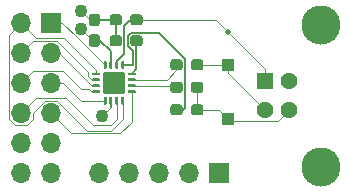
<source format=gbr>
G04 #@! TF.GenerationSoftware,KiCad,Pcbnew,5.1.6-c6e7f7d~86~ubuntu18.04.1*
G04 #@! TF.CreationDate,2021-05-10T21:05:39-07:00*
G04 #@! TF.ProjectId,usb_dev_pmod,7573625f-6465-4765-9f70-6d6f642e6b69,rev?*
G04 #@! TF.SameCoordinates,Original*
G04 #@! TF.FileFunction,Copper,L1,Top*
G04 #@! TF.FilePolarity,Positive*
%FSLAX46Y46*%
G04 Gerber Fmt 4.6, Leading zero omitted, Abs format (unit mm)*
G04 Created by KiCad (PCBNEW 5.1.6-c6e7f7d~86~ubuntu18.04.1) date 2021-05-10 21:05:39*
%MOMM*%
%LPD*%
G01*
G04 APERTURE LIST*
G04 #@! TA.AperFunction,ComponentPad*
%ADD10R,1.000000X1.000000*%
G04 #@! TD*
G04 #@! TA.AperFunction,ComponentPad*
%ADD11C,3.316000*%
G04 #@! TD*
G04 #@! TA.AperFunction,ComponentPad*
%ADD12C,1.428000*%
G04 #@! TD*
G04 #@! TA.AperFunction,ComponentPad*
%ADD13R,1.428000X1.428000*%
G04 #@! TD*
G04 #@! TA.AperFunction,ComponentPad*
%ADD14O,1.700000X1.700000*%
G04 #@! TD*
G04 #@! TA.AperFunction,ComponentPad*
%ADD15R,1.700000X1.700000*%
G04 #@! TD*
G04 #@! TA.AperFunction,ViaPad*
%ADD16C,1.100000*%
G04 #@! TD*
G04 #@! TA.AperFunction,ViaPad*
%ADD17C,0.500000*%
G04 #@! TD*
G04 #@! TA.AperFunction,Conductor*
%ADD18C,0.127000*%
G04 #@! TD*
G04 #@! TA.AperFunction,Conductor*
%ADD19C,0.088900*%
G04 #@! TD*
G04 APERTURE END LIST*
D10*
X101346000Y-79248000D03*
X101346000Y-74676000D03*
D11*
X109202000Y-71272000D03*
X109202000Y-83312000D03*
D12*
X106492000Y-76002000D03*
X106492000Y-78502000D03*
X104492000Y-78502000D03*
D13*
X104492000Y-76002000D03*
G04 #@! TA.AperFunction,SMDPad,CuDef*
G36*
G01*
X89805500Y-72091000D02*
X90280500Y-72091000D01*
G75*
G02*
X90518000Y-72328500I0J-237500D01*
G01*
X90518000Y-72903500D01*
G75*
G02*
X90280500Y-73141000I-237500J0D01*
G01*
X89805500Y-73141000D01*
G75*
G02*
X89568000Y-72903500I0J237500D01*
G01*
X89568000Y-72328500D01*
G75*
G02*
X89805500Y-72091000I237500J0D01*
G01*
G37*
G04 #@! TD.AperFunction*
G04 #@! TA.AperFunction,SMDPad,CuDef*
G36*
G01*
X89805500Y-70341000D02*
X90280500Y-70341000D01*
G75*
G02*
X90518000Y-70578500I0J-237500D01*
G01*
X90518000Y-71153500D01*
G75*
G02*
X90280500Y-71391000I-237500J0D01*
G01*
X89805500Y-71391000D01*
G75*
G02*
X89568000Y-71153500I0J237500D01*
G01*
X89568000Y-70578500D01*
G75*
G02*
X89805500Y-70341000I237500J0D01*
G01*
G37*
G04 #@! TD.AperFunction*
G04 #@! TA.AperFunction,SMDPad,CuDef*
G36*
G01*
X92374000Y-72406500D02*
X92374000Y-72881500D01*
G75*
G02*
X92136500Y-73119000I-237500J0D01*
G01*
X91561500Y-73119000D01*
G75*
G02*
X91324000Y-72881500I0J237500D01*
G01*
X91324000Y-72406500D01*
G75*
G02*
X91561500Y-72169000I237500J0D01*
G01*
X92136500Y-72169000D01*
G75*
G02*
X92374000Y-72406500I0J-237500D01*
G01*
G37*
G04 #@! TD.AperFunction*
G04 #@! TA.AperFunction,SMDPad,CuDef*
G36*
G01*
X94124000Y-72406500D02*
X94124000Y-72881500D01*
G75*
G02*
X93886500Y-73119000I-237500J0D01*
G01*
X93311500Y-73119000D01*
G75*
G02*
X93074000Y-72881500I0J237500D01*
G01*
X93074000Y-72406500D01*
G75*
G02*
X93311500Y-72169000I237500J0D01*
G01*
X93886500Y-72169000D01*
G75*
G02*
X94124000Y-72406500I0J-237500D01*
G01*
G37*
G04 #@! TD.AperFunction*
G04 #@! TA.AperFunction,SMDPad,CuDef*
G36*
G01*
X92374000Y-70628500D02*
X92374000Y-71103500D01*
G75*
G02*
X92136500Y-71341000I-237500J0D01*
G01*
X91561500Y-71341000D01*
G75*
G02*
X91324000Y-71103500I0J237500D01*
G01*
X91324000Y-70628500D01*
G75*
G02*
X91561500Y-70391000I237500J0D01*
G01*
X92136500Y-70391000D01*
G75*
G02*
X92374000Y-70628500I0J-237500D01*
G01*
G37*
G04 #@! TD.AperFunction*
G04 #@! TA.AperFunction,SMDPad,CuDef*
G36*
G01*
X94124000Y-70628500D02*
X94124000Y-71103500D01*
G75*
G02*
X93886500Y-71341000I-237500J0D01*
G01*
X93311500Y-71341000D01*
G75*
G02*
X93074000Y-71103500I0J237500D01*
G01*
X93074000Y-70628500D01*
G75*
G02*
X93311500Y-70391000I237500J0D01*
G01*
X93886500Y-70391000D01*
G75*
G02*
X94124000Y-70628500I0J-237500D01*
G01*
G37*
G04 #@! TD.AperFunction*
D14*
X90424000Y-83820000D03*
X92964000Y-83820000D03*
X95504000Y-83820000D03*
X98044000Y-83820000D03*
D15*
X100584000Y-83820000D03*
D14*
X83820000Y-83820000D03*
X86360000Y-83820000D03*
X83820000Y-81280000D03*
X86360000Y-81280000D03*
X83820000Y-78740000D03*
X86360000Y-78740000D03*
X83820000Y-76200000D03*
X86360000Y-76200000D03*
X83820000Y-73660000D03*
X86360000Y-73660000D03*
X83820000Y-71120000D03*
D15*
X86360000Y-71120000D03*
G04 #@! TA.AperFunction,SMDPad,CuDef*
G36*
G01*
X97517500Y-76343500D02*
X97517500Y-76818500D01*
G75*
G02*
X97280000Y-77056000I-237500J0D01*
G01*
X96705000Y-77056000D01*
G75*
G02*
X96467500Y-76818500I0J237500D01*
G01*
X96467500Y-76343500D01*
G75*
G02*
X96705000Y-76106000I237500J0D01*
G01*
X97280000Y-76106000D01*
G75*
G02*
X97517500Y-76343500I0J-237500D01*
G01*
G37*
G04 #@! TD.AperFunction*
G04 #@! TA.AperFunction,SMDPad,CuDef*
G36*
G01*
X99267500Y-76343500D02*
X99267500Y-76818500D01*
G75*
G02*
X99030000Y-77056000I-237500J0D01*
G01*
X98455000Y-77056000D01*
G75*
G02*
X98217500Y-76818500I0J237500D01*
G01*
X98217500Y-76343500D01*
G75*
G02*
X98455000Y-76106000I237500J0D01*
G01*
X99030000Y-76106000D01*
G75*
G02*
X99267500Y-76343500I0J-237500D01*
G01*
G37*
G04 #@! TD.AperFunction*
G04 #@! TA.AperFunction,SMDPad,CuDef*
G36*
G01*
X97517500Y-74438500D02*
X97517500Y-74913500D01*
G75*
G02*
X97280000Y-75151000I-237500J0D01*
G01*
X96705000Y-75151000D01*
G75*
G02*
X96467500Y-74913500I0J237500D01*
G01*
X96467500Y-74438500D01*
G75*
G02*
X96705000Y-74201000I237500J0D01*
G01*
X97280000Y-74201000D01*
G75*
G02*
X97517500Y-74438500I0J-237500D01*
G01*
G37*
G04 #@! TD.AperFunction*
G04 #@! TA.AperFunction,SMDPad,CuDef*
G36*
G01*
X99267500Y-74438500D02*
X99267500Y-74913500D01*
G75*
G02*
X99030000Y-75151000I-237500J0D01*
G01*
X98455000Y-75151000D01*
G75*
G02*
X98217500Y-74913500I0J237500D01*
G01*
X98217500Y-74438500D01*
G75*
G02*
X98455000Y-74201000I237500J0D01*
G01*
X99030000Y-74201000D01*
G75*
G02*
X99267500Y-74438500I0J-237500D01*
G01*
G37*
G04 #@! TD.AperFunction*
G04 #@! TA.AperFunction,SMDPad,CuDef*
G36*
G01*
X97517500Y-78248500D02*
X97517500Y-78723500D01*
G75*
G02*
X97280000Y-78961000I-237500J0D01*
G01*
X96705000Y-78961000D01*
G75*
G02*
X96467500Y-78723500I0J237500D01*
G01*
X96467500Y-78248500D01*
G75*
G02*
X96705000Y-78011000I237500J0D01*
G01*
X97280000Y-78011000D01*
G75*
G02*
X97517500Y-78248500I0J-237500D01*
G01*
G37*
G04 #@! TD.AperFunction*
G04 #@! TA.AperFunction,SMDPad,CuDef*
G36*
G01*
X99267500Y-78248500D02*
X99267500Y-78723500D01*
G75*
G02*
X99030000Y-78961000I-237500J0D01*
G01*
X98455000Y-78961000D01*
G75*
G02*
X98217500Y-78723500I0J237500D01*
G01*
X98217500Y-78248500D01*
G75*
G02*
X98455000Y-78011000I237500J0D01*
G01*
X99030000Y-78011000D01*
G75*
G02*
X99267500Y-78248500I0J-237500D01*
G01*
G37*
G04 #@! TD.AperFunction*
G04 #@! TA.AperFunction,SMDPad,CuDef*
G36*
G01*
X90819000Y-74962500D02*
X90819000Y-74412500D01*
G75*
G02*
X90881500Y-74350000I62500J0D01*
G01*
X91006500Y-74350000D01*
G75*
G02*
X91069000Y-74412500I0J-62500D01*
G01*
X91069000Y-74962500D01*
G75*
G02*
X91006500Y-75025000I-62500J0D01*
G01*
X90881500Y-75025000D01*
G75*
G02*
X90819000Y-74962500I0J62500D01*
G01*
G37*
G04 #@! TD.AperFunction*
G04 #@! TA.AperFunction,SMDPad,CuDef*
G36*
G01*
X91319000Y-74962500D02*
X91319000Y-74412500D01*
G75*
G02*
X91381500Y-74350000I62500J0D01*
G01*
X91506500Y-74350000D01*
G75*
G02*
X91569000Y-74412500I0J-62500D01*
G01*
X91569000Y-74962500D01*
G75*
G02*
X91506500Y-75025000I-62500J0D01*
G01*
X91381500Y-75025000D01*
G75*
G02*
X91319000Y-74962500I0J62500D01*
G01*
G37*
G04 #@! TD.AperFunction*
G04 #@! TA.AperFunction,SMDPad,CuDef*
G36*
G01*
X91819000Y-74962500D02*
X91819000Y-74412500D01*
G75*
G02*
X91881500Y-74350000I62500J0D01*
G01*
X92006500Y-74350000D01*
G75*
G02*
X92069000Y-74412500I0J-62500D01*
G01*
X92069000Y-74962500D01*
G75*
G02*
X92006500Y-75025000I-62500J0D01*
G01*
X91881500Y-75025000D01*
G75*
G02*
X91819000Y-74962500I0J62500D01*
G01*
G37*
G04 #@! TD.AperFunction*
G04 #@! TA.AperFunction,SMDPad,CuDef*
G36*
G01*
X92319000Y-74962500D02*
X92319000Y-74412500D01*
G75*
G02*
X92381500Y-74350000I62500J0D01*
G01*
X92506500Y-74350000D01*
G75*
G02*
X92569000Y-74412500I0J-62500D01*
G01*
X92569000Y-74962500D01*
G75*
G02*
X92506500Y-75025000I-62500J0D01*
G01*
X92381500Y-75025000D01*
G75*
G02*
X92319000Y-74962500I0J62500D01*
G01*
G37*
G04 #@! TD.AperFunction*
G04 #@! TA.AperFunction,SMDPad,CuDef*
G36*
G01*
X92869000Y-75512500D02*
X92869000Y-75387500D01*
G75*
G02*
X92931500Y-75325000I62500J0D01*
G01*
X93481500Y-75325000D01*
G75*
G02*
X93544000Y-75387500I0J-62500D01*
G01*
X93544000Y-75512500D01*
G75*
G02*
X93481500Y-75575000I-62500J0D01*
G01*
X92931500Y-75575000D01*
G75*
G02*
X92869000Y-75512500I0J62500D01*
G01*
G37*
G04 #@! TD.AperFunction*
G04 #@! TA.AperFunction,SMDPad,CuDef*
G36*
G01*
X92869000Y-76012500D02*
X92869000Y-75887500D01*
G75*
G02*
X92931500Y-75825000I62500J0D01*
G01*
X93481500Y-75825000D01*
G75*
G02*
X93544000Y-75887500I0J-62500D01*
G01*
X93544000Y-76012500D01*
G75*
G02*
X93481500Y-76075000I-62500J0D01*
G01*
X92931500Y-76075000D01*
G75*
G02*
X92869000Y-76012500I0J62500D01*
G01*
G37*
G04 #@! TD.AperFunction*
G04 #@! TA.AperFunction,SMDPad,CuDef*
G36*
G01*
X92869000Y-76512500D02*
X92869000Y-76387500D01*
G75*
G02*
X92931500Y-76325000I62500J0D01*
G01*
X93481500Y-76325000D01*
G75*
G02*
X93544000Y-76387500I0J-62500D01*
G01*
X93544000Y-76512500D01*
G75*
G02*
X93481500Y-76575000I-62500J0D01*
G01*
X92931500Y-76575000D01*
G75*
G02*
X92869000Y-76512500I0J62500D01*
G01*
G37*
G04 #@! TD.AperFunction*
G04 #@! TA.AperFunction,SMDPad,CuDef*
G36*
G01*
X92869000Y-77012500D02*
X92869000Y-76887500D01*
G75*
G02*
X92931500Y-76825000I62500J0D01*
G01*
X93481500Y-76825000D01*
G75*
G02*
X93544000Y-76887500I0J-62500D01*
G01*
X93544000Y-77012500D01*
G75*
G02*
X93481500Y-77075000I-62500J0D01*
G01*
X92931500Y-77075000D01*
G75*
G02*
X92869000Y-77012500I0J62500D01*
G01*
G37*
G04 #@! TD.AperFunction*
G04 #@! TA.AperFunction,SMDPad,CuDef*
G36*
G01*
X92319000Y-77987500D02*
X92319000Y-77437500D01*
G75*
G02*
X92381500Y-77375000I62500J0D01*
G01*
X92506500Y-77375000D01*
G75*
G02*
X92569000Y-77437500I0J-62500D01*
G01*
X92569000Y-77987500D01*
G75*
G02*
X92506500Y-78050000I-62500J0D01*
G01*
X92381500Y-78050000D01*
G75*
G02*
X92319000Y-77987500I0J62500D01*
G01*
G37*
G04 #@! TD.AperFunction*
G04 #@! TA.AperFunction,SMDPad,CuDef*
G36*
G01*
X91819000Y-77987500D02*
X91819000Y-77437500D01*
G75*
G02*
X91881500Y-77375000I62500J0D01*
G01*
X92006500Y-77375000D01*
G75*
G02*
X92069000Y-77437500I0J-62500D01*
G01*
X92069000Y-77987500D01*
G75*
G02*
X92006500Y-78050000I-62500J0D01*
G01*
X91881500Y-78050000D01*
G75*
G02*
X91819000Y-77987500I0J62500D01*
G01*
G37*
G04 #@! TD.AperFunction*
G04 #@! TA.AperFunction,SMDPad,CuDef*
G36*
G01*
X91319000Y-77987500D02*
X91319000Y-77437500D01*
G75*
G02*
X91381500Y-77375000I62500J0D01*
G01*
X91506500Y-77375000D01*
G75*
G02*
X91569000Y-77437500I0J-62500D01*
G01*
X91569000Y-77987500D01*
G75*
G02*
X91506500Y-78050000I-62500J0D01*
G01*
X91381500Y-78050000D01*
G75*
G02*
X91319000Y-77987500I0J62500D01*
G01*
G37*
G04 #@! TD.AperFunction*
G04 #@! TA.AperFunction,SMDPad,CuDef*
G36*
G01*
X90819000Y-77987500D02*
X90819000Y-77437500D01*
G75*
G02*
X90881500Y-77375000I62500J0D01*
G01*
X91006500Y-77375000D01*
G75*
G02*
X91069000Y-77437500I0J-62500D01*
G01*
X91069000Y-77987500D01*
G75*
G02*
X91006500Y-78050000I-62500J0D01*
G01*
X90881500Y-78050000D01*
G75*
G02*
X90819000Y-77987500I0J62500D01*
G01*
G37*
G04 #@! TD.AperFunction*
G04 #@! TA.AperFunction,SMDPad,CuDef*
G36*
G01*
X89844000Y-77012500D02*
X89844000Y-76887500D01*
G75*
G02*
X89906500Y-76825000I62500J0D01*
G01*
X90456500Y-76825000D01*
G75*
G02*
X90519000Y-76887500I0J-62500D01*
G01*
X90519000Y-77012500D01*
G75*
G02*
X90456500Y-77075000I-62500J0D01*
G01*
X89906500Y-77075000D01*
G75*
G02*
X89844000Y-77012500I0J62500D01*
G01*
G37*
G04 #@! TD.AperFunction*
G04 #@! TA.AperFunction,SMDPad,CuDef*
G36*
G01*
X89844000Y-76512500D02*
X89844000Y-76387500D01*
G75*
G02*
X89906500Y-76325000I62500J0D01*
G01*
X90456500Y-76325000D01*
G75*
G02*
X90519000Y-76387500I0J-62500D01*
G01*
X90519000Y-76512500D01*
G75*
G02*
X90456500Y-76575000I-62500J0D01*
G01*
X89906500Y-76575000D01*
G75*
G02*
X89844000Y-76512500I0J62500D01*
G01*
G37*
G04 #@! TD.AperFunction*
G04 #@! TA.AperFunction,SMDPad,CuDef*
G36*
G01*
X89844000Y-76012500D02*
X89844000Y-75887500D01*
G75*
G02*
X89906500Y-75825000I62500J0D01*
G01*
X90456500Y-75825000D01*
G75*
G02*
X90519000Y-75887500I0J-62500D01*
G01*
X90519000Y-76012500D01*
G75*
G02*
X90456500Y-76075000I-62500J0D01*
G01*
X89906500Y-76075000D01*
G75*
G02*
X89844000Y-76012500I0J62500D01*
G01*
G37*
G04 #@! TD.AperFunction*
G04 #@! TA.AperFunction,SMDPad,CuDef*
G36*
G01*
X89844000Y-75512500D02*
X89844000Y-75387500D01*
G75*
G02*
X89906500Y-75325000I62500J0D01*
G01*
X90456500Y-75325000D01*
G75*
G02*
X90519000Y-75387500I0J-62500D01*
G01*
X90519000Y-75512500D01*
G75*
G02*
X90456500Y-75575000I-62500J0D01*
G01*
X89906500Y-75575000D01*
G75*
G02*
X89844000Y-75512500I0J62500D01*
G01*
G37*
G04 #@! TD.AperFunction*
G04 #@! TA.AperFunction,SMDPad,CuDef*
G36*
G01*
X90744000Y-76900000D02*
X90744000Y-75500000D01*
G75*
G02*
X90994000Y-75250000I250000J0D01*
G01*
X92394000Y-75250000D01*
G75*
G02*
X92644000Y-75500000I0J-250000D01*
G01*
X92644000Y-76900000D01*
G75*
G02*
X92394000Y-77150000I-250000J0D01*
G01*
X90994000Y-77150000D01*
G75*
G02*
X90744000Y-76900000I0J250000D01*
G01*
G37*
G04 #@! TD.AperFunction*
D16*
X88900000Y-71628000D03*
X88900000Y-70104000D03*
X90703071Y-79023371D03*
D17*
X101346000Y-71882000D03*
D18*
X90518000Y-72616000D02*
X90043000Y-72616000D01*
X91444000Y-73542000D02*
X90518000Y-72616000D01*
X91444000Y-74687500D02*
X91444000Y-73542000D01*
D19*
X89888000Y-72616000D02*
X90043000Y-72616000D01*
X88900000Y-71628000D02*
X89888000Y-72616000D01*
D18*
X90518000Y-70866000D02*
X91849000Y-70866000D01*
X90043000Y-70866000D02*
X90518000Y-70866000D01*
X91849000Y-72169000D02*
X91849000Y-70866000D01*
X91849000Y-72644000D02*
X91849000Y-72169000D01*
D19*
X89662000Y-70866000D02*
X90043000Y-70866000D01*
X88900000Y-70104000D02*
X89662000Y-70866000D01*
D18*
X91444000Y-77712500D02*
X91444000Y-78282442D01*
D19*
X91444000Y-78282442D02*
X90703071Y-79023371D01*
X93206500Y-76950000D02*
X93206500Y-79513500D01*
X88099911Y-80479911D02*
X86360000Y-78740000D01*
X93206500Y-79513500D02*
X92240089Y-80479911D01*
X92240089Y-80479911D02*
X88099911Y-80479911D01*
X91944000Y-77712500D02*
X91944000Y-79244000D01*
X85057361Y-77502639D02*
X84669999Y-77890001D01*
X91944000Y-79244000D02*
X91432000Y-79756000D01*
X91432000Y-79756000D02*
X89916000Y-79756000D01*
X89916000Y-79756000D02*
X87662639Y-77502639D01*
X87662639Y-77502639D02*
X85057361Y-77502639D01*
X84669999Y-77890001D02*
X83820000Y-78740000D01*
X89844000Y-76950000D02*
X89602000Y-76708000D01*
X90181500Y-76950000D02*
X89844000Y-76950000D01*
X89602000Y-76708000D02*
X88900000Y-76708000D01*
X84841451Y-75178549D02*
X83820000Y-76200000D01*
X87370549Y-75178549D02*
X84841451Y-75178549D01*
X88900000Y-76708000D02*
X87370549Y-75178549D01*
X89844000Y-76450000D02*
X87054000Y-73660000D01*
X87054000Y-73660000D02*
X86360000Y-73660000D01*
X90181500Y-76450000D02*
X89844000Y-76450000D01*
X89844000Y-75950000D02*
X90181500Y-75950000D01*
X86850297Y-72638549D02*
X88379748Y-74168000D01*
X84841451Y-72638549D02*
X86850297Y-72638549D01*
X83820000Y-73660000D02*
X84841451Y-72638549D01*
X89497000Y-75603000D02*
X89497000Y-75273000D01*
X89497000Y-75603000D02*
X89844000Y-75950000D01*
X89497000Y-75273000D02*
X88392000Y-74168000D01*
X90181500Y-75450000D02*
X90181500Y-75144156D01*
X90181500Y-75144156D02*
X87459982Y-72422638D01*
X87459982Y-72422638D02*
X85122638Y-72422638D01*
X85122638Y-72422638D02*
X83820000Y-71120000D01*
X82804000Y-72136000D02*
X83820000Y-71120000D01*
X92444000Y-77712500D02*
X92444000Y-79260000D01*
X82798549Y-79242549D02*
X82798549Y-72649451D01*
X82798549Y-72649451D02*
X82804000Y-72644000D01*
X92444000Y-79260000D02*
X91440000Y-80264000D01*
X89395748Y-80264000D02*
X86850297Y-77718549D01*
X86850297Y-77718549D02*
X85857451Y-77718549D01*
X85857451Y-77718549D02*
X84841451Y-78734549D01*
X84841451Y-78734549D02*
X84841451Y-79230297D01*
X84841451Y-79230297D02*
X84310297Y-79761451D01*
X84310297Y-79761451D02*
X83317451Y-79761451D01*
X91440000Y-80264000D02*
X89395748Y-80264000D01*
X83317451Y-79761451D02*
X82798549Y-79242549D01*
X82804000Y-72644000D02*
X82804000Y-72136000D01*
D18*
X93599000Y-75057500D02*
X93206500Y-75450000D01*
X93599000Y-72644000D02*
X93599000Y-75057500D01*
D19*
X96193500Y-75950000D02*
X96992500Y-75151000D01*
X96992500Y-75151000D02*
X96992500Y-74676000D01*
X93206500Y-75950000D02*
X96193500Y-75950000D01*
X96861500Y-76450000D02*
X96992500Y-76581000D01*
X93206500Y-76450000D02*
X96861500Y-76450000D01*
D18*
X92564510Y-73729490D02*
X91944000Y-74350000D01*
X91944000Y-74350000D02*
X91944000Y-74687500D01*
X92564510Y-71375490D02*
X92564510Y-73729490D01*
X93074000Y-70866000D02*
X92564510Y-71375490D01*
X93599000Y-70866000D02*
X93074000Y-70866000D01*
D19*
X100158900Y-70866000D02*
X93599000Y-70866000D01*
X100330000Y-70866000D02*
X101346000Y-71882000D01*
X100158900Y-70866000D02*
X100330000Y-70866000D01*
X104492000Y-75028000D02*
X101346000Y-71882000D01*
X104492000Y-76002000D02*
X104492000Y-75028000D01*
X90944000Y-77712500D02*
X88888500Y-77712500D01*
X87376000Y-76200000D02*
X86360000Y-76200000D01*
X88888500Y-77712500D02*
X87376000Y-76200000D01*
X87298900Y-71120000D02*
X86360000Y-71120000D01*
X90944000Y-74687500D02*
X88605951Y-72349451D01*
X88605951Y-72349451D02*
X88528351Y-72349451D01*
X88528351Y-72349451D02*
X87298900Y-71120000D01*
X98742500Y-77056000D02*
X98742500Y-78486000D01*
X98742500Y-76581000D02*
X98742500Y-77056000D01*
X100584000Y-78486000D02*
X101346000Y-79248000D01*
X98742500Y-78486000D02*
X100584000Y-78486000D01*
X105606549Y-79387451D02*
X106492000Y-78502000D01*
X101485451Y-79387451D02*
X105606549Y-79387451D01*
X101346000Y-79248000D02*
X101485451Y-79387451D01*
X98742500Y-74676000D02*
X101346000Y-74676000D01*
X101346000Y-75356000D02*
X104492000Y-78502000D01*
X101346000Y-74676000D02*
X101346000Y-75356000D01*
D18*
X95473490Y-71978490D02*
X97708010Y-74213010D01*
X97517500Y-78486000D02*
X96992500Y-78486000D01*
X97708010Y-78295490D02*
X97517500Y-78486000D01*
X92883490Y-72229210D02*
X93134210Y-71978490D01*
X92883490Y-73058790D02*
X92883490Y-72229210D01*
X93344990Y-73520290D02*
X92883490Y-73058790D01*
X97708010Y-74213010D02*
X97708010Y-78295490D01*
X93134210Y-71978490D02*
X95473490Y-71978490D01*
X93344990Y-74687500D02*
X93344990Y-73520290D01*
X92444000Y-74687500D02*
X93344990Y-74687500D01*
M02*

</source>
